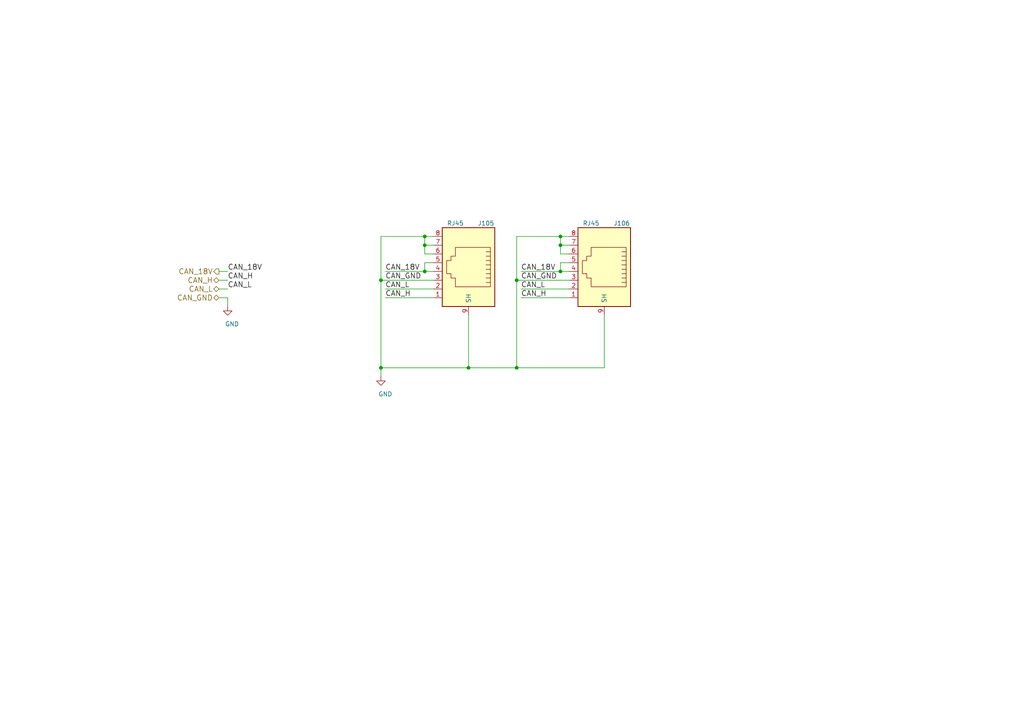
<source format=kicad_sch>
(kicad_sch (version 20250114) (generator "eeschema") (generator_version "9.0")
  (paper "A4")
  (lib_symbols
    (symbol "Connector:RJ45_Shielded" (pin_names (offset 1.016))
      (property "Reference" "J106" (at -5.08 13.97 0))
      (property "Value" "RJ45" (at 3.81 13.97 0))
      (symbol "RJ45_Shielded_0_1"
        (polyline (pts (xy -6.35 1.905) (xy -5.08 1.905) (xy -5.08 1.905)))
        (polyline (pts (xy -6.35 0.635) (xy -5.08 0.635) (xy -5.08 0.635)))
        (polyline (pts (xy -6.35 -0.635) (xy -5.08 -0.635) (xy -5.08 -0.635)))
        (polyline (pts (xy -6.35 -1.905) (xy -5.08 -1.905) (xy -5.08 -1.905)))
        (polyline (pts (xy -6.35 -3.175) (xy -5.08 -3.175) (xy -5.08 -3.175)))
        (polyline (pts (xy -6.35 -4.445) (xy -6.35 6.985) (xy 3.81 6.985) (xy 3.81 4.445) (xy 5.08 4.445) (xy 5.08 3.175) (xy 6.35 3.175) (xy 6.35 -0.635) (xy 5.08 -0.635) (xy 5.08 -1.905) (xy 3.81 -1.905) (xy 3.81 -4.445) (xy -6.35 -4.445) (xy -6.35 -4.445)))
        (polyline (pts (xy -5.08 5.715) (xy -6.35 5.715)))
        (polyline (pts (xy -5.08 4.445) (xy -6.35 4.445)))
        (polyline (pts (xy -5.08 3.175) (xy -6.35 3.175) (xy -6.35 3.175)))
        (rectangle (start 7.62 12.7) (end -7.62 -10.16) (stroke (width 0.254)) (fill (type background)))
      )
      (symbol "RJ45_Shielded_1_1"
        (pin passive line (at 0 -12.7 90) (length 2.54) (name "SH") (number "9"))
        (pin passive line (at 10.16 10.16 180) (length 2.54) (name "~") (number "8"))
        (pin passive line (at 10.16 7.62 180) (length 2.54) (name "~") (number "7"))
        (pin passive line (at 10.16 5.08 180) (length 2.54) (name "~") (number "6"))
        (pin passive line (at 10.16 2.54 180) (length 2.54) (name "~") (number "5"))
        (pin passive line (at 10.16 0 180) (length 2.54) (name "~") (number "4"))
        (pin passive line (at 10.16 -2.54 180) (length 2.54) (name "~") (number "3"))
        (pin passive line (at 10.16 -5.08 180) (length 2.54) (name "~") (number "2"))
        (pin passive line (at 10.16 -7.62 180) (length 2.54) (name "~") (number "1"))
      )
    )
    (symbol "RJ45_Shielded_1" (pin_names (offset 1.016))
      (property "Reference" "J105" (at -5.08 13.97 0))
      (property "Value" "RJ45_Shielded_1" (at 3.81 13.97 0))
      (symbol "RJ45_Shielded_1_0_1"
        (polyline (pts (xy -6.35 1.905) (xy -5.08 1.905) (xy -5.08 1.905)))
        (polyline (pts (xy -6.35 0.635) (xy -5.08 0.635) (xy -5.08 0.635)))
        (polyline (pts (xy -6.35 -0.635) (xy -5.08 -0.635) (xy -5.08 -0.635)))
        (polyline (pts (xy -6.35 -1.905) (xy -5.08 -1.905) (xy -5.08 -1.905)))
        (polyline (pts (xy -6.35 -3.175) (xy -5.08 -3.175) (xy -5.08 -3.175)))
        (polyline (pts (xy -6.35 -4.445) (xy -6.35 6.985) (xy 3.81 6.985) (xy 3.81 4.445) (xy 5.08 4.445) (xy 5.08 3.175) (xy 6.35 3.175) (xy 6.35 -0.635) (xy 5.08 -0.635) (xy 5.08 -1.905) (xy 3.81 -1.905) (xy 3.81 -4.445) (xy -6.35 -4.445) (xy -6.35 -4.445)))
        (polyline (pts (xy -5.08 5.715) (xy -6.35 5.715)))
        (polyline (pts (xy -5.08 4.445) (xy -6.35 4.445)))
        (polyline (pts (xy -5.08 3.175) (xy -6.35 3.175) (xy -6.35 3.175)))
        (rectangle (start 7.62 12.7) (end -7.62 -10.16) (stroke (width 0.254)) (fill (type background)))
      )
      (symbol "RJ45_Shielded_1_1_1"
        (pin passive line (at 0 -12.7 90) (length 2.54) (name "SH") (number "9"))
        (pin passive line (at 10.16 10.16 180) (length 2.54) (name "~") (number "8"))
        (pin passive line (at 10.16 7.62 180) (length 2.54) (name "~") (number "7"))
        (pin passive line (at 10.16 5.08 180) (length 2.54) (name "~") (number "6"))
        (pin passive line (at 10.16 2.54 180) (length 2.54) (name "~") (number "5"))
        (pin passive line (at 10.16 0 180) (length 2.54) (name "~") (number "4"))
        (pin passive line (at 10.16 -2.54 180) (length 2.54) (name "~") (number "3"))
        (pin passive line (at 10.16 -5.08 180) (length 2.54) (name "~") (number "2"))
        (pin passive line (at 10.16 -7.62 180) (length 2.54) (name "~") (number "1"))
      )
    )
    (symbol "power:GND" (power) (pin_names (offset 0))
      (property "Value" "GND" (at 0 -3.81 0))
      (symbol "GND_0_1"
        (polyline (pts (xy 0 0) (xy 0 -1.27) (xy 1.27 -1.27) (xy 0 -2.54) (xy -1.27 -1.27) (xy 0 -1.27)))
      )
      (symbol "GND_1_1"
        (pin power_in line (at 0 0 270) (length 0) (hide yes) (name "GND") (number "1"))
      )
    )
  )
  (junction (at 162.56 68.58))
  (junction (at 123.19 71.12))
  (junction (at 123.19 68.58))
  (junction (at 123.19 78.74))
  (junction (at 149.86 81.28))
  (junction (at 135.89 106.68))
  (junction (at 149.86 106.68))
  (junction (at 110.49 106.68))
  (junction (at 162.56 71.12))
  (junction (at 162.56 78.74))
  (junction (at 110.49 81.28))
  (wire (pts (xy 125.73 73.66) (xy 123.19 73.66)))
  (wire (pts (xy 151.13 83.82) (xy 165.1 83.82)))
  (wire (pts (xy 149.86 81.28) (xy 149.86 106.68)))
  (wire (pts (xy 149.86 81.28) (xy 165.1 81.28)))
  (wire (pts (xy 125.73 71.12) (xy 123.19 71.12)))
  (wire (pts (xy 123.19 71.12) (xy 123.19 68.58)))
  (wire (pts (xy 162.56 71.12) (xy 162.56 68.58)))
  (wire (pts (xy 135.89 106.68) (xy 149.86 106.68)))
  (wire (pts (xy 125.73 76.2) (xy 123.19 76.2)))
  (wire (pts (xy 111.76 83.82) (xy 125.73 83.82)))
  (wire (pts (xy 151.13 78.74) (xy 162.56 78.74)))
  (wire (pts (xy 110.49 81.28) (xy 125.73 81.28)))
  (wire (pts (xy 162.56 78.74) (xy 165.1 78.74)))
  (wire (pts (xy 63.5 81.28) (xy 66.04 81.28)))
  (wire (pts (xy 63.5 78.74) (xy 66.04 78.74)))
  (wire (pts (xy 125.73 86.36) (xy 111.76 86.36)))
  (wire (pts (xy 123.19 68.58) (xy 110.49 68.58)))
  (wire (pts (xy 66.04 86.36) (xy 66.04 88.9)))
  (wire (pts (xy 165.1 86.36) (xy 151.13 86.36)))
  (wire (pts (xy 162.56 68.58) (xy 149.86 68.58)))
  (wire (pts (xy 165.1 71.12) (xy 162.56 71.12)))
  (wire (pts (xy 66.04 83.82) (xy 63.5 83.82)))
  (wire (pts (xy 111.76 78.74) (xy 123.19 78.74)))
  (wire (pts (xy 110.49 68.58) (xy 110.49 81.28)))
  (wire (pts (xy 162.56 73.66) (xy 162.56 71.12)))
  (wire (pts (xy 165.1 76.2) (xy 162.56 76.2)))
  (wire (pts (xy 149.86 68.58) (xy 149.86 81.28)))
  (wire (pts (xy 110.49 106.68) (xy 135.89 106.68)))
  (wire (pts (xy 110.49 81.28) (xy 110.49 106.68)))
  (wire (pts (xy 123.19 78.74) (xy 125.73 78.74)))
  (wire (pts (xy 149.86 106.68) (xy 175.26 106.68)))
  (wire (pts (xy 123.19 73.66) (xy 123.19 71.12)))
  (wire (pts (xy 135.89 106.68) (xy 135.89 91.44)))
  (wire (pts (xy 123.19 76.2) (xy 123.19 78.74)))
  (wire (pts (xy 125.73 68.58) (xy 123.19 68.58)))
  (wire (pts (xy 165.1 73.66) (xy 162.56 73.66)))
  (wire (pts (xy 110.49 106.68) (xy 110.49 109.22)))
  (wire (pts (xy 175.26 106.68) (xy 175.26 91.44)))
  (wire (pts (xy 165.1 68.58) (xy 162.56 68.58)))
  (wire (pts (xy 63.5 86.36) (xy 66.04 86.36)))
  (wire (pts (xy 162.56 76.2) (xy 162.56 78.74)))
  (label "CAN_18V" (at 66.04 78.74 0) (effects (font (size 1.524 1.524))))
  (label "CAN_18V" (at 111.76 78.74 0) (effects (font (size 1.524 1.524))))
  (label "CAN_L" (at 151.13 83.82 0) (effects (font (size 1.524 1.524))))
  (label "CAN_H" (at 111.76 86.36 0) (effects (font (size 1.524 1.524))))
  (label "CAN_L" (at 111.76 83.82 0) (effects (font (size 1.524 1.524))))
  (label "CAN_L" (at 66.04 83.82 0) (effects (font (size 1.524 1.524))))
  (label "CAN_H" (at 66.04 81.28 0) (effects (font (size 1.524 1.524))))
  (label "CAN_H" (at 151.13 86.36 0) (effects (font (size 1.524 1.524))))
  (label "CAN_18V" (at 151.13 78.74 0) (effects (font (size 1.524 1.524))))
  (label "CAN_GND" (at 111.76 81.28 0) (effects (font (size 1.524 1.524))))
  (label "CAN_GND" (at 151.13 81.28 0) (effects (font (size 1.524 1.524))))
  (hierarchical_label "CAN_GND" (shape bidirectional) (at 63.5 86.36 180) (effects (font (size 1.524 1.524))))
  (hierarchical_label "CAN_H" (shape bidirectional) (at 63.5 81.28 180) (effects (font (size 1.524 1.524))))
  (hierarchical_label "CAN_L" (shape bidirectional) (at 63.5 83.82 180) (effects (font (size 1.524 1.524))))
  (hierarchical_label "CAN_18V" (shape output) (at 63.5 78.74 180) (effects (font (size 1.524 1.524))))
  (symbol (lib_id "Connector:RJ45_Shielded") (at 175.26 78.74 0) (mirror y) (unit 1)
    (property "Reference" "J106" (at 180.34 64.77 0))
    (property "Value" "RJ45" (at 171.45 64.77 0))
    (property "Footprint" "KicadZeniteSolarLibrary18:RJ45_YH59_01" (effects (hide yes)))
  )
  (symbol (lib_name "RJ45_Shielded_1") (lib_id "Connector:RJ45_Shielded") (at 135.89 78.74 0) (mirror y) (unit 1)
    (property "Reference" "J105" (at 140.97 64.77 0))
    (property "Value" "RJ45" (at 132.08 64.77 0))
    (property "Footprint" "KicadZeniteSolarLibrary18:RJ45_YH59_01" (effects (hide yes)))
  )
  (symbol (lib_id "power:GND") (at 110.49 109.22 0) (unit 1)
    (property "Reference" "#PWR0144" (effects (hide yes)))
    (property "Value" "GND" (at 111.76 114.3 0))
  )
  (symbol (lib_id "power:GND") (at 66.04 88.9 0) (unit 1)
    (property "Reference" "#PWR0143" (effects (hide yes)))
    (property "Value" "GND" (at 67.31 93.98 0))
  )
)
</source>
